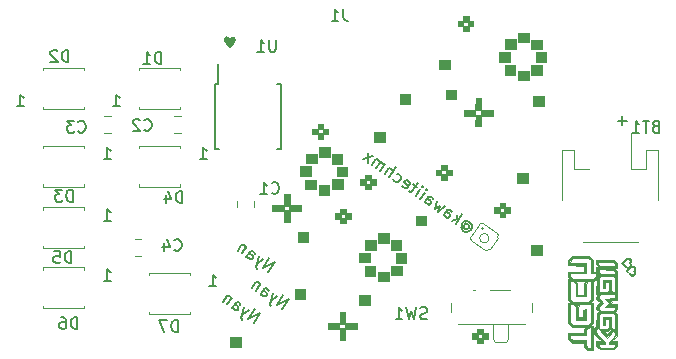
<source format=gbr>
G04 #@! TF.GenerationSoftware,KiCad,Pcbnew,(5.1.2)-1*
G04 #@! TF.CreationDate,2019-10-01T23:28:24-05:00*
G04 #@! TF.ProjectId,nyan,6e79616e-2e6b-4696-9361-645f70636258,rev?*
G04 #@! TF.SameCoordinates,Original*
G04 #@! TF.FileFunction,Legend,Bot*
G04 #@! TF.FilePolarity,Positive*
%FSLAX46Y46*%
G04 Gerber Fmt 4.6, Leading zero omitted, Abs format (unit mm)*
G04 Created by KiCad (PCBNEW (5.1.2)-1) date 2019-10-01 23:28:24*
%MOMM*%
%LPD*%
G04 APERTURE LIST*
%ADD10C,0.100000*%
%ADD11C,0.150000*%
%ADD12C,0.120000*%
%ADD13C,0.010000*%
%ADD14C,0.012060*%
%ADD15C,0.012183*%
G04 APERTURE END LIST*
D10*
G36*
X158927800Y-73533000D02*
G01*
X158445200Y-73533000D01*
X158445200Y-73075800D01*
X158927800Y-73075800D01*
X158927800Y-73533000D01*
G37*
X158927800Y-73533000D02*
X158445200Y-73533000D01*
X158445200Y-73075800D01*
X158927800Y-73075800D01*
X158927800Y-73533000D01*
G36*
X159791400Y-73533000D02*
G01*
X159308800Y-73533000D01*
X159308800Y-73075800D01*
X159791400Y-73075800D01*
X159791400Y-73533000D01*
G37*
X159791400Y-73533000D02*
X159308800Y-73533000D01*
X159308800Y-73075800D01*
X159791400Y-73075800D01*
X159791400Y-73533000D01*
G36*
X159385000Y-73914000D02*
G01*
X158902400Y-73914000D01*
X158902400Y-73456800D01*
X159385000Y-73456800D01*
X159385000Y-73914000D01*
G37*
X159385000Y-73914000D02*
X158902400Y-73914000D01*
X158902400Y-73456800D01*
X159385000Y-73456800D01*
X159385000Y-73914000D01*
G36*
X159385000Y-73126600D02*
G01*
X158902400Y-73126600D01*
X158902400Y-72669400D01*
X159385000Y-72669400D01*
X159385000Y-73126600D01*
G37*
X159385000Y-73126600D02*
X158902400Y-73126600D01*
X158902400Y-72669400D01*
X159385000Y-72669400D01*
X159385000Y-73126600D01*
G36*
X154686000Y-61391800D02*
G01*
X153797000Y-61391800D01*
X153797000Y-60579000D01*
X154686000Y-60579000D01*
X154686000Y-61391800D01*
G37*
X154686000Y-61391800D02*
X153797000Y-61391800D01*
X153797000Y-60579000D01*
X154686000Y-60579000D01*
X154686000Y-61391800D01*
G36*
X157048200Y-84201000D02*
G01*
X156565600Y-84201000D01*
X156565600Y-83743800D01*
X157048200Y-83743800D01*
X157048200Y-84201000D01*
G37*
X157048200Y-84201000D02*
X156565600Y-84201000D01*
X156565600Y-83743800D01*
X157048200Y-83743800D01*
X157048200Y-84201000D01*
G36*
X157911800Y-84201000D02*
G01*
X157429200Y-84201000D01*
X157429200Y-83743800D01*
X157911800Y-83743800D01*
X157911800Y-84201000D01*
G37*
X157911800Y-84201000D02*
X157429200Y-84201000D01*
X157429200Y-83743800D01*
X157911800Y-83743800D01*
X157911800Y-84201000D01*
G36*
X157505400Y-84582000D02*
G01*
X157022800Y-84582000D01*
X157022800Y-84124800D01*
X157505400Y-84124800D01*
X157505400Y-84582000D01*
G37*
X157505400Y-84582000D02*
X157022800Y-84582000D01*
X157022800Y-84124800D01*
X157505400Y-84124800D01*
X157505400Y-84582000D01*
G36*
X157505400Y-83794600D02*
G01*
X157022800Y-83794600D01*
X157022800Y-83337400D01*
X157505400Y-83337400D01*
X157505400Y-83794600D01*
G37*
X157505400Y-83794600D02*
X157022800Y-83794600D01*
X157022800Y-83337400D01*
X157505400Y-83337400D01*
X157505400Y-83794600D01*
G36*
X151333200Y-64312800D02*
G01*
X150444200Y-64312800D01*
X150444200Y-63500000D01*
X151333200Y-63500000D01*
X151333200Y-64312800D01*
G37*
X151333200Y-64312800D02*
X150444200Y-64312800D01*
X150444200Y-63500000D01*
X151333200Y-63500000D01*
X151333200Y-64312800D01*
G36*
X142900400Y-70408800D02*
G01*
X142011400Y-70408800D01*
X142011400Y-69596000D01*
X142900400Y-69596000D01*
X142900400Y-70408800D01*
G37*
X142900400Y-70408800D02*
X142011400Y-70408800D01*
X142011400Y-69596000D01*
X142900400Y-69596000D01*
X142900400Y-70408800D01*
G36*
X145618200Y-71526400D02*
G01*
X144729200Y-71526400D01*
X144729200Y-70713600D01*
X145618200Y-70713600D01*
X145618200Y-71526400D01*
G37*
X145618200Y-71526400D02*
X144729200Y-71526400D01*
X144729200Y-70713600D01*
X145618200Y-70713600D01*
X145618200Y-71526400D01*
G36*
X145592800Y-69367400D02*
G01*
X144703800Y-69367400D01*
X144703800Y-68554600D01*
X145592800Y-68554600D01*
X145592800Y-69367400D01*
G37*
X145592800Y-69367400D02*
X144703800Y-69367400D01*
X144703800Y-68554600D01*
X145592800Y-68554600D01*
X145592800Y-69367400D01*
G36*
X145999200Y-70434200D02*
G01*
X145110200Y-70434200D01*
X145110200Y-69621400D01*
X145999200Y-69621400D01*
X145999200Y-70434200D01*
G37*
X145999200Y-70434200D02*
X145110200Y-70434200D01*
X145110200Y-69621400D01*
X145999200Y-69621400D01*
X145999200Y-70434200D01*
G36*
X144500600Y-72009000D02*
G01*
X143611600Y-72009000D01*
X143611600Y-71196200D01*
X144500600Y-71196200D01*
X144500600Y-72009000D01*
G37*
X144500600Y-72009000D02*
X143611600Y-72009000D01*
X143611600Y-71196200D01*
X144500600Y-71196200D01*
X144500600Y-72009000D01*
G36*
X144526000Y-68783200D02*
G01*
X143637000Y-68783200D01*
X143637000Y-67970400D01*
X144526000Y-67970400D01*
X144526000Y-68783200D01*
G37*
X144526000Y-68783200D02*
X143637000Y-68783200D01*
X143637000Y-67970400D01*
X144526000Y-67970400D01*
X144526000Y-68783200D01*
G36*
X143357600Y-71551800D02*
G01*
X142468600Y-71551800D01*
X142468600Y-70739000D01*
X143357600Y-70739000D01*
X143357600Y-71551800D01*
G37*
X143357600Y-71551800D02*
X142468600Y-71551800D01*
X142468600Y-70739000D01*
X143357600Y-70739000D01*
X143357600Y-71551800D01*
G36*
X143408400Y-69342000D02*
G01*
X142519400Y-69342000D01*
X142519400Y-68529200D01*
X143408400Y-68529200D01*
X143408400Y-69342000D01*
G37*
X143408400Y-69342000D02*
X142519400Y-69342000D01*
X142519400Y-68529200D01*
X143408400Y-68529200D01*
X143408400Y-69342000D01*
G36*
X147904200Y-77724000D02*
G01*
X147015200Y-77724000D01*
X147015200Y-76911200D01*
X147904200Y-76911200D01*
X147904200Y-77724000D01*
G37*
X147904200Y-77724000D02*
X147015200Y-77724000D01*
X147015200Y-76911200D01*
X147904200Y-76911200D01*
X147904200Y-77724000D01*
G36*
X149529800Y-76098400D02*
G01*
X148640800Y-76098400D01*
X148640800Y-75285600D01*
X149529800Y-75285600D01*
X149529800Y-76098400D01*
G37*
X149529800Y-76098400D02*
X148640800Y-76098400D01*
X148640800Y-75285600D01*
X149529800Y-75285600D01*
X149529800Y-76098400D01*
G36*
X150596600Y-76682600D02*
G01*
X149707600Y-76682600D01*
X149707600Y-75869800D01*
X150596600Y-75869800D01*
X150596600Y-76682600D01*
G37*
X150596600Y-76682600D02*
X149707600Y-76682600D01*
X149707600Y-75869800D01*
X150596600Y-75869800D01*
X150596600Y-76682600D01*
G36*
X148361400Y-78867000D02*
G01*
X147472400Y-78867000D01*
X147472400Y-78054200D01*
X148361400Y-78054200D01*
X148361400Y-78867000D01*
G37*
X148361400Y-78867000D02*
X147472400Y-78867000D01*
X147472400Y-78054200D01*
X148361400Y-78054200D01*
X148361400Y-78867000D01*
G36*
X150622000Y-78841600D02*
G01*
X149733000Y-78841600D01*
X149733000Y-78028800D01*
X150622000Y-78028800D01*
X150622000Y-78841600D01*
G37*
X150622000Y-78841600D02*
X149733000Y-78841600D01*
X149733000Y-78028800D01*
X150622000Y-78028800D01*
X150622000Y-78841600D01*
G36*
X151003000Y-77749400D02*
G01*
X150114000Y-77749400D01*
X150114000Y-76936600D01*
X151003000Y-76936600D01*
X151003000Y-77749400D01*
G37*
X151003000Y-77749400D02*
X150114000Y-77749400D01*
X150114000Y-76936600D01*
X151003000Y-76936600D01*
X151003000Y-77749400D01*
G36*
X149504400Y-79324200D02*
G01*
X148615400Y-79324200D01*
X148615400Y-78511400D01*
X149504400Y-78511400D01*
X149504400Y-79324200D01*
G37*
X149504400Y-79324200D02*
X148615400Y-79324200D01*
X148615400Y-78511400D01*
X149504400Y-78511400D01*
X149504400Y-79324200D01*
G36*
X148412200Y-76657200D02*
G01*
X147523200Y-76657200D01*
X147523200Y-75844400D01*
X148412200Y-75844400D01*
X148412200Y-76657200D01*
G37*
X148412200Y-76657200D02*
X147523200Y-76657200D01*
X147523200Y-75844400D01*
X148412200Y-75844400D01*
X148412200Y-76657200D01*
G36*
X162483800Y-77114400D02*
G01*
X161594800Y-77114400D01*
X161594800Y-76301600D01*
X162483800Y-76301600D01*
X162483800Y-77114400D01*
G37*
X162483800Y-77114400D02*
X161594800Y-77114400D01*
X161594800Y-76301600D01*
X162483800Y-76301600D01*
X162483800Y-77114400D01*
G36*
X147904200Y-81330800D02*
G01*
X147015200Y-81330800D01*
X147015200Y-80518000D01*
X147904200Y-80518000D01*
X147904200Y-81330800D01*
G37*
X147904200Y-81330800D02*
X147015200Y-81330800D01*
X147015200Y-80518000D01*
X147904200Y-80518000D01*
X147904200Y-81330800D01*
G36*
X157353000Y-64846200D02*
G01*
X156857700Y-64846200D01*
X156870400Y-63855600D01*
X157353000Y-63855600D01*
X157353000Y-64846200D01*
G37*
X157353000Y-64846200D02*
X156857700Y-64846200D01*
X156870400Y-63855600D01*
X157353000Y-63855600D01*
X157353000Y-64846200D01*
G36*
X158318200Y-65303400D02*
G01*
X157327600Y-65303400D01*
X157327600Y-64795400D01*
X158318200Y-64795400D01*
X158318200Y-65303400D01*
G37*
X158318200Y-65303400D02*
X157327600Y-65303400D01*
X157327600Y-64795400D01*
X158318200Y-64795400D01*
X158318200Y-65303400D01*
G36*
X157353000Y-66217800D02*
G01*
X156857700Y-66217800D01*
X156870400Y-65227200D01*
X157353000Y-65227200D01*
X157353000Y-66217800D01*
G37*
X157353000Y-66217800D02*
X156857700Y-66217800D01*
X156870400Y-65227200D01*
X157353000Y-65227200D01*
X157353000Y-66217800D01*
G36*
X156845000Y-64922400D02*
G01*
X156845000Y-65303400D01*
X155854400Y-65303400D01*
X155854400Y-64795400D01*
X156819600Y-64795400D01*
X156845000Y-64922400D01*
G37*
X156845000Y-64922400D02*
X156845000Y-65303400D01*
X155854400Y-65303400D01*
X155854400Y-64795400D01*
X156819600Y-64795400D01*
X156845000Y-64922400D01*
G36*
X161290000Y-71018400D02*
G01*
X160401000Y-71018400D01*
X160401000Y-70205600D01*
X161290000Y-70205600D01*
X161290000Y-71018400D01*
G37*
X161290000Y-71018400D02*
X160401000Y-71018400D01*
X160401000Y-70205600D01*
X161290000Y-70205600D01*
X161290000Y-71018400D01*
G36*
X152704800Y-74599800D02*
G01*
X151815800Y-74599800D01*
X151815800Y-73787000D01*
X152704800Y-73787000D01*
X152704800Y-74599800D01*
G37*
X152704800Y-74599800D02*
X151815800Y-74599800D01*
X151815800Y-73787000D01*
X152704800Y-73787000D01*
X152704800Y-74599800D01*
G36*
X153974800Y-70358000D02*
G01*
X153492200Y-70358000D01*
X153492200Y-69900800D01*
X153974800Y-69900800D01*
X153974800Y-70358000D01*
G37*
X153974800Y-70358000D02*
X153492200Y-70358000D01*
X153492200Y-69900800D01*
X153974800Y-69900800D01*
X153974800Y-70358000D01*
G36*
X154432000Y-70739000D02*
G01*
X153949400Y-70739000D01*
X153949400Y-70281800D01*
X154432000Y-70281800D01*
X154432000Y-70739000D01*
G37*
X154432000Y-70739000D02*
X153949400Y-70739000D01*
X153949400Y-70281800D01*
X154432000Y-70281800D01*
X154432000Y-70739000D01*
G36*
X154432000Y-69951600D02*
G01*
X153949400Y-69951600D01*
X153949400Y-69494400D01*
X154432000Y-69494400D01*
X154432000Y-69951600D01*
G37*
X154432000Y-69951600D02*
X153949400Y-69951600D01*
X153949400Y-69494400D01*
X154432000Y-69494400D01*
X154432000Y-69951600D01*
G36*
X154838400Y-70358000D02*
G01*
X154355800Y-70358000D01*
X154355800Y-69900800D01*
X154838400Y-69900800D01*
X154838400Y-70358000D01*
G37*
X154838400Y-70358000D02*
X154355800Y-70358000D01*
X154355800Y-69900800D01*
X154838400Y-69900800D01*
X154838400Y-70358000D01*
G36*
X145897600Y-74422000D02*
G01*
X145415000Y-74422000D01*
X145415000Y-73964800D01*
X145897600Y-73964800D01*
X145897600Y-74422000D01*
G37*
X145897600Y-74422000D02*
X145415000Y-74422000D01*
X145415000Y-73964800D01*
X145897600Y-73964800D01*
X145897600Y-74422000D01*
G36*
X146304000Y-74041000D02*
G01*
X145821400Y-74041000D01*
X145821400Y-73583800D01*
X146304000Y-73583800D01*
X146304000Y-74041000D01*
G37*
X146304000Y-74041000D02*
X145821400Y-74041000D01*
X145821400Y-73583800D01*
X146304000Y-73583800D01*
X146304000Y-74041000D01*
G36*
X145897600Y-73634600D02*
G01*
X145415000Y-73634600D01*
X145415000Y-73177400D01*
X145897600Y-73177400D01*
X145897600Y-73634600D01*
G37*
X145897600Y-73634600D02*
X145415000Y-73634600D01*
X145415000Y-73177400D01*
X145897600Y-73177400D01*
X145897600Y-73634600D01*
G36*
X145440400Y-74041000D02*
G01*
X144957800Y-74041000D01*
X144957800Y-73583800D01*
X145440400Y-73583800D01*
X145440400Y-74041000D01*
G37*
X145440400Y-74041000D02*
X144957800Y-74041000D01*
X144957800Y-73583800D01*
X145440400Y-73583800D01*
X145440400Y-74041000D01*
G36*
X148437600Y-71170800D02*
G01*
X147955000Y-71170800D01*
X147955000Y-70713600D01*
X148437600Y-70713600D01*
X148437600Y-71170800D01*
G37*
X148437600Y-71170800D02*
X147955000Y-71170800D01*
X147955000Y-70713600D01*
X148437600Y-70713600D01*
X148437600Y-71170800D01*
G36*
X148031200Y-70764400D02*
G01*
X147548600Y-70764400D01*
X147548600Y-70307200D01*
X148031200Y-70307200D01*
X148031200Y-70764400D01*
G37*
X148031200Y-70764400D02*
X147548600Y-70764400D01*
X147548600Y-70307200D01*
X148031200Y-70307200D01*
X148031200Y-70764400D01*
G36*
X148031200Y-71551800D02*
G01*
X147548600Y-71551800D01*
X147548600Y-71094600D01*
X148031200Y-71094600D01*
X148031200Y-71551800D01*
G37*
X148031200Y-71551800D02*
X147548600Y-71551800D01*
X147548600Y-71094600D01*
X148031200Y-71094600D01*
X148031200Y-71551800D01*
G36*
X147574000Y-71170800D02*
G01*
X147091400Y-71170800D01*
X147091400Y-70713600D01*
X147574000Y-70713600D01*
X147574000Y-71170800D01*
G37*
X147574000Y-71170800D02*
X147091400Y-71170800D01*
X147091400Y-70713600D01*
X147574000Y-70713600D01*
X147574000Y-71170800D01*
G36*
X156286200Y-57353200D02*
G01*
X155803600Y-57353200D01*
X155803600Y-56896000D01*
X156286200Y-56896000D01*
X156286200Y-57353200D01*
G37*
X156286200Y-57353200D02*
X155803600Y-57353200D01*
X155803600Y-56896000D01*
X156286200Y-56896000D01*
X156286200Y-57353200D01*
G36*
X156692600Y-57759600D02*
G01*
X156210000Y-57759600D01*
X156210000Y-57302400D01*
X156692600Y-57302400D01*
X156692600Y-57759600D01*
G37*
X156692600Y-57759600D02*
X156210000Y-57759600D01*
X156210000Y-57302400D01*
X156692600Y-57302400D01*
X156692600Y-57759600D01*
G36*
X156286200Y-58140600D02*
G01*
X155803600Y-58140600D01*
X155803600Y-57683400D01*
X156286200Y-57683400D01*
X156286200Y-58140600D01*
G37*
X156286200Y-58140600D02*
X155803600Y-58140600D01*
X155803600Y-57683400D01*
X156286200Y-57683400D01*
X156286200Y-58140600D01*
G36*
X155829000Y-57759600D02*
G01*
X155346400Y-57759600D01*
X155346400Y-57302400D01*
X155829000Y-57302400D01*
X155829000Y-57759600D01*
G37*
X155829000Y-57759600D02*
X155346400Y-57759600D01*
X155346400Y-57302400D01*
X155829000Y-57302400D01*
X155829000Y-57759600D01*
G36*
X143535400Y-66878200D02*
G01*
X143052800Y-66878200D01*
X143052800Y-66421000D01*
X143535400Y-66421000D01*
X143535400Y-66878200D01*
G37*
X143535400Y-66878200D02*
X143052800Y-66878200D01*
X143052800Y-66421000D01*
X143535400Y-66421000D01*
X143535400Y-66878200D01*
G36*
X144399000Y-66878200D02*
G01*
X143916400Y-66878200D01*
X143916400Y-66421000D01*
X144399000Y-66421000D01*
X144399000Y-66878200D01*
G37*
X144399000Y-66878200D02*
X143916400Y-66878200D01*
X143916400Y-66421000D01*
X144399000Y-66421000D01*
X144399000Y-66878200D01*
G36*
X143992600Y-67259200D02*
G01*
X143510000Y-67259200D01*
X143510000Y-66802000D01*
X143992600Y-66802000D01*
X143992600Y-67259200D01*
G37*
X143992600Y-67259200D02*
X143510000Y-67259200D01*
X143510000Y-66802000D01*
X143992600Y-66802000D01*
X143992600Y-67259200D01*
G36*
X143992600Y-66471800D02*
G01*
X143510000Y-66471800D01*
X143510000Y-66014600D01*
X143992600Y-66014600D01*
X143992600Y-66471800D01*
G37*
X143992600Y-66471800D02*
X143510000Y-66471800D01*
X143510000Y-66014600D01*
X143992600Y-66014600D01*
X143992600Y-66471800D01*
G36*
X137007600Y-84861400D02*
G01*
X136118600Y-84861400D01*
X136118600Y-84048600D01*
X137007600Y-84048600D01*
X137007600Y-84861400D01*
G37*
X137007600Y-84861400D02*
X136118600Y-84861400D01*
X136118600Y-84048600D01*
X137007600Y-84048600D01*
X137007600Y-84861400D01*
G36*
X142697200Y-75996800D02*
G01*
X141808200Y-75996800D01*
X141808200Y-75184000D01*
X142697200Y-75184000D01*
X142697200Y-75996800D01*
G37*
X142697200Y-75996800D02*
X141808200Y-75996800D01*
X141808200Y-75184000D01*
X142697200Y-75184000D01*
X142697200Y-75996800D01*
G36*
X142443200Y-80797400D02*
G01*
X141554200Y-80797400D01*
X141554200Y-79984600D01*
X142443200Y-79984600D01*
X142443200Y-80797400D01*
G37*
X142443200Y-80797400D02*
X141554200Y-80797400D01*
X141554200Y-79984600D01*
X142443200Y-79984600D01*
X142443200Y-80797400D01*
G36*
X145338800Y-83007200D02*
G01*
X145338800Y-83388200D01*
X144348200Y-83388200D01*
X144348200Y-82880200D01*
X145313400Y-82880200D01*
X145338800Y-83007200D01*
G37*
X145338800Y-83007200D02*
X145338800Y-83388200D01*
X144348200Y-83388200D01*
X144348200Y-82880200D01*
X145313400Y-82880200D01*
X145338800Y-83007200D01*
G36*
X146812000Y-83388200D02*
G01*
X145821400Y-83388200D01*
X145821400Y-82880200D01*
X146812000Y-82880200D01*
X146812000Y-83388200D01*
G37*
X146812000Y-83388200D02*
X145821400Y-83388200D01*
X145821400Y-82880200D01*
X146812000Y-82880200D01*
X146812000Y-83388200D01*
G36*
X145846800Y-82931000D02*
G01*
X145351500Y-82931000D01*
X145364200Y-81940400D01*
X145846800Y-81940400D01*
X145846800Y-82931000D01*
G37*
X145846800Y-82931000D02*
X145351500Y-82931000D01*
X145364200Y-81940400D01*
X145846800Y-81940400D01*
X145846800Y-82931000D01*
G36*
X145846800Y-84302600D02*
G01*
X145351500Y-84302600D01*
X145364200Y-83312000D01*
X145846800Y-83312000D01*
X145846800Y-84302600D01*
G37*
X145846800Y-84302600D02*
X145351500Y-84302600D01*
X145364200Y-83312000D01*
X145846800Y-83312000D01*
X145846800Y-84302600D01*
G36*
X140614400Y-73025000D02*
G01*
X140614400Y-73406000D01*
X139623800Y-73406000D01*
X139623800Y-72898000D01*
X140589000Y-72898000D01*
X140614400Y-73025000D01*
G37*
X140614400Y-73025000D02*
X140614400Y-73406000D01*
X139623800Y-73406000D01*
X139623800Y-72898000D01*
X140589000Y-72898000D01*
X140614400Y-73025000D01*
G36*
X142087600Y-73406000D02*
G01*
X141122400Y-73406000D01*
X141097000Y-73279000D01*
X141097000Y-72898000D01*
X142087600Y-72898000D01*
X142087600Y-73406000D01*
G37*
X142087600Y-73406000D02*
X141122400Y-73406000D01*
X141097000Y-73279000D01*
X141097000Y-72898000D01*
X142087600Y-72898000D01*
X142087600Y-73406000D01*
G36*
X141122400Y-74320400D02*
G01*
X140627100Y-74320400D01*
X140639800Y-73329800D01*
X141122400Y-73329800D01*
X141122400Y-74320400D01*
G37*
X141122400Y-74320400D02*
X140627100Y-74320400D01*
X140639800Y-73329800D01*
X141122400Y-73329800D01*
X141122400Y-74320400D01*
G36*
X141122400Y-72948800D02*
G01*
X140627100Y-72948800D01*
X140639800Y-71958200D01*
X141122400Y-71958200D01*
X141122400Y-72948800D01*
G37*
X141122400Y-72948800D02*
X140627100Y-72948800D01*
X140639800Y-71958200D01*
X141122400Y-71958200D01*
X141122400Y-72948800D01*
G36*
X159766000Y-60731400D02*
G01*
X158877000Y-60731400D01*
X158877000Y-59918600D01*
X159766000Y-59918600D01*
X159766000Y-60731400D01*
G37*
X159766000Y-60731400D02*
X158877000Y-60731400D01*
X158877000Y-59918600D01*
X159766000Y-59918600D01*
X159766000Y-60731400D01*
G36*
X160223200Y-61874400D02*
G01*
X159334200Y-61874400D01*
X159334200Y-61061600D01*
X160223200Y-61061600D01*
X160223200Y-61874400D01*
G37*
X160223200Y-61874400D02*
X159334200Y-61874400D01*
X159334200Y-61061600D01*
X160223200Y-61061600D01*
X160223200Y-61874400D01*
G36*
X162458400Y-59690000D02*
G01*
X161569400Y-59690000D01*
X161569400Y-58877200D01*
X162458400Y-58877200D01*
X162458400Y-59690000D01*
G37*
X162458400Y-59690000D02*
X161569400Y-59690000D01*
X161569400Y-58877200D01*
X162458400Y-58877200D01*
X162458400Y-59690000D01*
G36*
X160274000Y-59664600D02*
G01*
X159385000Y-59664600D01*
X159385000Y-58851800D01*
X160274000Y-58851800D01*
X160274000Y-59664600D01*
G37*
X160274000Y-59664600D02*
X159385000Y-59664600D01*
X159385000Y-58851800D01*
X160274000Y-58851800D01*
X160274000Y-59664600D01*
G36*
X161366200Y-62331600D02*
G01*
X160477200Y-62331600D01*
X160477200Y-61518800D01*
X161366200Y-61518800D01*
X161366200Y-62331600D01*
G37*
X161366200Y-62331600D02*
X160477200Y-62331600D01*
X160477200Y-61518800D01*
X161366200Y-61518800D01*
X161366200Y-62331600D01*
G36*
X162483800Y-61849000D02*
G01*
X161594800Y-61849000D01*
X161594800Y-61036200D01*
X162483800Y-61036200D01*
X162483800Y-61849000D01*
G37*
X162483800Y-61849000D02*
X161594800Y-61849000D01*
X161594800Y-61036200D01*
X162483800Y-61036200D01*
X162483800Y-61849000D01*
G36*
X162864800Y-60756800D02*
G01*
X161975800Y-60756800D01*
X161975800Y-59944000D01*
X162864800Y-59944000D01*
X162864800Y-60756800D01*
G37*
X162864800Y-60756800D02*
X161975800Y-60756800D01*
X161975800Y-59944000D01*
X162864800Y-59944000D01*
X162864800Y-60756800D01*
G36*
X161391600Y-59105800D02*
G01*
X160502600Y-59105800D01*
X160502600Y-58293000D01*
X161391600Y-58293000D01*
X161391600Y-59105800D01*
G37*
X161391600Y-59105800D02*
X160502600Y-59105800D01*
X160502600Y-58293000D01*
X161391600Y-58293000D01*
X161391600Y-59105800D01*
G36*
X162661600Y-64465200D02*
G01*
X161772600Y-64465200D01*
X161772600Y-63652400D01*
X162661600Y-63652400D01*
X162661600Y-64465200D01*
G37*
X162661600Y-64465200D02*
X161772600Y-64465200D01*
X161772600Y-63652400D01*
X162661600Y-63652400D01*
X162661600Y-64465200D01*
G36*
X155244800Y-63931800D02*
G01*
X154355800Y-63931800D01*
X154355800Y-63119000D01*
X155244800Y-63119000D01*
X155244800Y-63931800D01*
G37*
X155244800Y-63931800D02*
X154355800Y-63931800D01*
X154355800Y-63119000D01*
X155244800Y-63119000D01*
X155244800Y-63931800D01*
G36*
X149199600Y-67538600D02*
G01*
X148310600Y-67538600D01*
X148310600Y-66725800D01*
X149199600Y-66725800D01*
X149199600Y-67538600D01*
G37*
X149199600Y-67538600D02*
X148310600Y-67538600D01*
X148310600Y-66725800D01*
X149199600Y-66725800D01*
X149199600Y-67538600D01*
D11*
X140499163Y-81688303D02*
X141072740Y-80869151D01*
X140031076Y-81360545D01*
X140604653Y-80541393D01*
X140101403Y-80595938D02*
X139523982Y-81005474D01*
X139711330Y-80322806D02*
X139523982Y-81005474D01*
X139465431Y-81255136D01*
X139477125Y-81321457D01*
X139527826Y-81415090D01*
X138665823Y-80404584D02*
X138966268Y-79975504D01*
X139059901Y-79924803D01*
X139165229Y-79940422D01*
X139321258Y-80049675D01*
X139371959Y-80143308D01*
X138693136Y-80365577D02*
X138743838Y-80459210D01*
X138938874Y-80595776D01*
X139044201Y-80611395D01*
X139137835Y-80560694D01*
X139192461Y-80482679D01*
X139208080Y-80377352D01*
X139157379Y-80283718D01*
X138962343Y-80147152D01*
X138911642Y-80053519D01*
X138658135Y-79585351D02*
X138275751Y-80131452D01*
X138603509Y-79663365D02*
X138591815Y-79597045D01*
X138541113Y-79503412D01*
X138424092Y-79421472D01*
X138318764Y-79405853D01*
X138225130Y-79456554D01*
X137924686Y-79885634D01*
X139305363Y-78538703D02*
X139878940Y-77719551D01*
X138837276Y-78210945D01*
X139410853Y-77391793D01*
X138907603Y-77446338D02*
X138330182Y-77855874D01*
X138517530Y-77173206D02*
X138330182Y-77855874D01*
X138271631Y-78105536D01*
X138283325Y-78171857D01*
X138334026Y-78265490D01*
X137472023Y-77254984D02*
X137772468Y-76825904D01*
X137866101Y-76775203D01*
X137971429Y-76790822D01*
X138127458Y-76900075D01*
X138178159Y-76993708D01*
X137499336Y-77215977D02*
X137550038Y-77309610D01*
X137745074Y-77446176D01*
X137850401Y-77461795D01*
X137944035Y-77411094D01*
X137998661Y-77333079D01*
X138014280Y-77227752D01*
X137963579Y-77134118D01*
X137768543Y-76997552D01*
X137717842Y-76903919D01*
X137464335Y-76435751D02*
X137081951Y-76981852D01*
X137409709Y-76513765D02*
X137398015Y-76447445D01*
X137347313Y-76353812D01*
X137230292Y-76271872D01*
X137124964Y-76256253D01*
X137031330Y-76306954D01*
X136730886Y-76736034D01*
X156009580Y-74466812D02*
X156075901Y-74455118D01*
X156181228Y-74470737D01*
X156259243Y-74525364D01*
X156309944Y-74618997D01*
X156321638Y-74685318D01*
X156306019Y-74790645D01*
X156251393Y-74868660D01*
X156157759Y-74919361D01*
X156091439Y-74931055D01*
X155986111Y-74915436D01*
X155908097Y-74860810D01*
X155857395Y-74767176D01*
X155845701Y-74700856D01*
X156064206Y-74388798D02*
X155845701Y-74700856D01*
X155779381Y-74712550D01*
X155740373Y-74685237D01*
X155689672Y-74591603D01*
X155705291Y-74486275D01*
X155841857Y-74291239D01*
X156001811Y-74228844D01*
X156173459Y-74232769D01*
X156356801Y-74303014D01*
X156485517Y-74451274D01*
X156547912Y-74611228D01*
X156543987Y-74782876D01*
X156473742Y-74966218D01*
X156325482Y-75094934D01*
X156165528Y-75157329D01*
X155993880Y-75153404D01*
X155810538Y-75083159D01*
X155681822Y-74934899D01*
X155619427Y-74774945D01*
X155190347Y-74474500D02*
X155763924Y-73655348D01*
X155330838Y-74107816D02*
X154878289Y-74255995D01*
X155260673Y-73709894D02*
X155354226Y-74240457D01*
X154176159Y-73764358D02*
X154476604Y-73335278D01*
X154570237Y-73284577D01*
X154675565Y-73300196D01*
X154831594Y-73409449D01*
X154882295Y-73503082D01*
X154203472Y-73725351D02*
X154254173Y-73818984D01*
X154449210Y-73955550D01*
X154554537Y-73971169D01*
X154648171Y-73920468D01*
X154702797Y-73842454D01*
X154718416Y-73737126D01*
X154667715Y-73643492D01*
X154472679Y-73506927D01*
X154421977Y-73413293D01*
X154246485Y-72999751D02*
X153708072Y-73436600D01*
X153825175Y-72937275D01*
X153396014Y-73218095D01*
X153622369Y-72562741D01*
X152576862Y-72644518D02*
X152877307Y-72215439D01*
X152970940Y-72164737D01*
X153076268Y-72180357D01*
X153232297Y-72289609D01*
X153282998Y-72383243D01*
X152604175Y-72605511D02*
X152654876Y-72699145D01*
X152849913Y-72835711D01*
X152955240Y-72851330D01*
X153048874Y-72800628D01*
X153103500Y-72722614D01*
X153119119Y-72617286D01*
X153068418Y-72523653D01*
X152873382Y-72387087D01*
X152822680Y-72293453D01*
X152186790Y-72371387D02*
X152569174Y-71825285D01*
X152760366Y-71552235D02*
X152772060Y-71618555D01*
X152705740Y-71630249D01*
X152694046Y-71563929D01*
X152760366Y-71552235D01*
X152705740Y-71630249D01*
X151796717Y-72098255D02*
X152179101Y-71552154D01*
X152370294Y-71279103D02*
X152381988Y-71345423D01*
X152315667Y-71357118D01*
X152303973Y-71290797D01*
X152370294Y-71279103D01*
X152315667Y-71357118D01*
X151906051Y-71360962D02*
X151593993Y-71142456D01*
X151980221Y-71005971D02*
X151488584Y-71708102D01*
X151394951Y-71758803D01*
X151289623Y-71743184D01*
X151211609Y-71688558D01*
X150653813Y-71239853D02*
X150704514Y-71333487D01*
X150860543Y-71442739D01*
X150965871Y-71458358D01*
X151059505Y-71407657D01*
X151278010Y-71095599D01*
X151293629Y-70990271D01*
X151242928Y-70896638D01*
X151086899Y-70787385D01*
X150981571Y-70771766D01*
X150887938Y-70822467D01*
X150833311Y-70900482D01*
X151168757Y-71251628D01*
X149912676Y-70720903D02*
X149963377Y-70814536D01*
X150119406Y-70923789D01*
X150224734Y-70939408D01*
X150291054Y-70927714D01*
X150384687Y-70877013D01*
X150548566Y-70642969D01*
X150564186Y-70537642D01*
X150552491Y-70471321D01*
X150501790Y-70377688D01*
X150345761Y-70268435D01*
X150240434Y-70252816D01*
X149534297Y-70514092D02*
X150107874Y-69694940D01*
X149183232Y-70268273D02*
X149483677Y-69839194D01*
X149577310Y-69788492D01*
X149682638Y-69804111D01*
X149799660Y-69886051D01*
X149850361Y-69979684D01*
X149862055Y-70046005D01*
X148793160Y-69995142D02*
X149175544Y-69449040D01*
X149120918Y-69527055D02*
X149109224Y-69460734D01*
X149058522Y-69367101D01*
X148941501Y-69285161D01*
X148836173Y-69269542D01*
X148742539Y-69320243D01*
X148442095Y-69749323D01*
X148742539Y-69320243D02*
X148758158Y-69214916D01*
X148707457Y-69121282D01*
X148590435Y-69039343D01*
X148485108Y-69023724D01*
X148391474Y-69074425D01*
X148091029Y-69503505D01*
X147778971Y-69284999D02*
X147732276Y-68438453D01*
X148161356Y-68738898D02*
X147349892Y-68984554D01*
X169671952Y-65730428D02*
X168910047Y-65730428D01*
X169291000Y-66111380D02*
X169291000Y-65349476D01*
X138086163Y-82856703D02*
X138659740Y-82037551D01*
X137618076Y-82528945D01*
X138191653Y-81709793D01*
X137688403Y-81764338D02*
X137110982Y-82173874D01*
X137298330Y-81491206D02*
X137110982Y-82173874D01*
X137052431Y-82423536D01*
X137064125Y-82489857D01*
X137114826Y-82583490D01*
X136252823Y-81572984D02*
X136553268Y-81143904D01*
X136646901Y-81093203D01*
X136752229Y-81108822D01*
X136908258Y-81218075D01*
X136958959Y-81311708D01*
X136280136Y-81533977D02*
X136330838Y-81627610D01*
X136525874Y-81764176D01*
X136631201Y-81779795D01*
X136724835Y-81729094D01*
X136779461Y-81651079D01*
X136795080Y-81545752D01*
X136744379Y-81452118D01*
X136549343Y-81315552D01*
X136498642Y-81221919D01*
X136245135Y-80753751D02*
X135862751Y-81299852D01*
X136190509Y-80831765D02*
X136178815Y-80765445D01*
X136128113Y-80671812D01*
X136011092Y-80589872D01*
X135905764Y-80574253D01*
X135812130Y-80624954D01*
X135511686Y-81054034D01*
D12*
X128008748Y-75744000D02*
X128531252Y-75744000D01*
X128008748Y-77164000D02*
X128531252Y-77164000D01*
D10*
X120272000Y-68056000D02*
X120272000Y-67856000D01*
X123752000Y-68056000D02*
X123752000Y-67856000D01*
X120272000Y-67856000D02*
X123752000Y-67856000D01*
X120272000Y-71136000D02*
X120272000Y-71336000D01*
X123752000Y-71136000D02*
X123752000Y-71336000D01*
X123752000Y-71336000D02*
X120272000Y-71336000D01*
D11*
X135054500Y-62655000D02*
X135054500Y-60905000D01*
X140359500Y-62655000D02*
X140359500Y-68155000D01*
X134849500Y-62655000D02*
X134849500Y-68155000D01*
X140359500Y-62655000D02*
X140059500Y-62655000D01*
X140359500Y-68155000D02*
X140059500Y-68155000D01*
X134849500Y-68155000D02*
X135149500Y-68155000D01*
X134849500Y-62655000D02*
X135054500Y-62655000D01*
D10*
X120272000Y-73263000D02*
X120272000Y-73063000D01*
X123752000Y-73263000D02*
X123752000Y-73063000D01*
X120272000Y-73063000D02*
X123752000Y-73063000D01*
X120272000Y-76343000D02*
X120272000Y-76543000D01*
X123752000Y-76343000D02*
X123752000Y-76543000D01*
X123752000Y-76543000D02*
X120272000Y-76543000D01*
X120272000Y-78343000D02*
X120272000Y-78143000D01*
X123752000Y-78343000D02*
X123752000Y-78143000D01*
X120272000Y-78143000D02*
X123752000Y-78143000D01*
X120272000Y-81423000D02*
X120272000Y-81623000D01*
X123752000Y-81423000D02*
X123752000Y-81623000D01*
X123752000Y-81623000D02*
X120272000Y-81623000D01*
X128400000Y-68056000D02*
X128400000Y-67856000D01*
X131880000Y-68056000D02*
X131880000Y-67856000D01*
X128400000Y-67856000D02*
X131880000Y-67856000D01*
X128400000Y-71136000D02*
X128400000Y-71336000D01*
X131880000Y-71136000D02*
X131880000Y-71336000D01*
X131880000Y-71336000D02*
X128400000Y-71336000D01*
X129184300Y-78838300D02*
X129184300Y-78638300D01*
X132664300Y-78838300D02*
X132664300Y-78638300D01*
X129184300Y-78638300D02*
X132664300Y-78638300D01*
X129184300Y-81918300D02*
X129184300Y-82118300D01*
X132664300Y-81918300D02*
X132664300Y-82118300D01*
X132664300Y-82118300D02*
X129184300Y-82118300D01*
X123752000Y-64568000D02*
X123752000Y-64768000D01*
X120272000Y-64568000D02*
X120272000Y-64768000D01*
X123752000Y-64768000D02*
X120272000Y-64768000D01*
X123752000Y-61488000D02*
X123752000Y-61288000D01*
X120272000Y-61488000D02*
X120272000Y-61288000D01*
X120272000Y-61288000D02*
X123752000Y-61288000D01*
X131880000Y-64568000D02*
X131880000Y-64768000D01*
X128400000Y-64568000D02*
X128400000Y-64768000D01*
X131880000Y-64768000D02*
X128400000Y-64768000D01*
X131880000Y-61488000D02*
X131880000Y-61288000D01*
X128400000Y-61488000D02*
X128400000Y-61288000D01*
X128400000Y-61288000D02*
X131880000Y-61288000D01*
D12*
X125452348Y-65380800D02*
X125974852Y-65380800D01*
X125452348Y-66800800D02*
X125974852Y-66800800D01*
X131896752Y-66800800D02*
X131374248Y-66800800D01*
X131896752Y-65380800D02*
X131374248Y-65380800D01*
X138124000Y-72509748D02*
X138124000Y-73032252D01*
X136704000Y-72509748D02*
X136704000Y-73032252D01*
X157639630Y-76691468D02*
G75*
G03X158057449Y-76617795I172073J245746D01*
G01*
X158007000Y-75692000D02*
G75*
G03X158007000Y-75692000I-400000J0D01*
G01*
X156501060Y-75528000D02*
G75*
G03X156574732Y-75945818I245745J-172073D01*
G01*
X156574732Y-75945818D02*
X157639630Y-76691467D01*
X158672068Y-75216994D02*
X157607170Y-74471344D01*
X157607170Y-74471344D02*
G75*
G03X157189351Y-74545017I-172073J-245746D01*
G01*
X158745740Y-75634812D02*
G75*
G03X158672068Y-75216994I-245745J172073D01*
G01*
X156501060Y-75528000D02*
X157189351Y-74545017D01*
X158745740Y-75634812D02*
X158057449Y-76617795D01*
X157509655Y-74856363D02*
G75*
G03X157509655Y-74856363I-50000J0D01*
G01*
X157559656Y-74856363D02*
G75*
G03X157559656Y-74856363I-100001J0D01*
G01*
D13*
G36*
X135710600Y-58624825D02*
G01*
X135645009Y-58674193D01*
X135590752Y-58742902D01*
X135557547Y-58819846D01*
X135551766Y-58864141D01*
X135559554Y-58941266D01*
X135585403Y-59016132D01*
X135633628Y-59096603D01*
X135708544Y-59190545D01*
X135765704Y-59254063D01*
X135836174Y-59331344D01*
X135898492Y-59401908D01*
X135945421Y-59457425D01*
X135968367Y-59487404D01*
X135999220Y-59522360D01*
X136019540Y-59542680D01*
X136038477Y-59520850D01*
X136038481Y-59520268D01*
X136052138Y-59499104D01*
X136089365Y-59453834D01*
X136144548Y-59391015D01*
X136212072Y-59317206D01*
X136215160Y-59313893D01*
X136308457Y-59211031D01*
X136375408Y-59129280D01*
X136420931Y-59061202D01*
X136449939Y-58999361D01*
X136467349Y-58936319D01*
X136468456Y-58930640D01*
X136469548Y-58832201D01*
X136439237Y-58741310D01*
X136383449Y-58667953D01*
X136308110Y-58622114D01*
X136281084Y-58614935D01*
X136201022Y-58617735D01*
X136124286Y-58649609D01*
X136067029Y-58702802D01*
X136055333Y-58723335D01*
X136030318Y-58765748D01*
X136007400Y-58768342D01*
X135979695Y-58730879D01*
X135974015Y-58720511D01*
X135920425Y-58659440D01*
X135843962Y-58617854D01*
X135777803Y-58605901D01*
X135710600Y-58624825D01*
X135710600Y-58624825D01*
G37*
X135710600Y-58624825D02*
X135645009Y-58674193D01*
X135590752Y-58742902D01*
X135557547Y-58819846D01*
X135551766Y-58864141D01*
X135559554Y-58941266D01*
X135585403Y-59016132D01*
X135633628Y-59096603D01*
X135708544Y-59190545D01*
X135765704Y-59254063D01*
X135836174Y-59331344D01*
X135898492Y-59401908D01*
X135945421Y-59457425D01*
X135968367Y-59487404D01*
X135999220Y-59522360D01*
X136019540Y-59542680D01*
X136038477Y-59520850D01*
X136038481Y-59520268D01*
X136052138Y-59499104D01*
X136089365Y-59453834D01*
X136144548Y-59391015D01*
X136212072Y-59317206D01*
X136215160Y-59313893D01*
X136308457Y-59211031D01*
X136375408Y-59129280D01*
X136420931Y-59061202D01*
X136449939Y-58999361D01*
X136467349Y-58936319D01*
X136468456Y-58930640D01*
X136469548Y-58832201D01*
X136439237Y-58741310D01*
X136383449Y-58667953D01*
X136308110Y-58622114D01*
X136281084Y-58614935D01*
X136201022Y-58617735D01*
X136124286Y-58649609D01*
X136067029Y-58702802D01*
X136055333Y-58723335D01*
X136030318Y-58765748D01*
X136007400Y-58768342D01*
X135979695Y-58730879D01*
X135974015Y-58720511D01*
X135920425Y-58659440D01*
X135843962Y-58617854D01*
X135777803Y-58605901D01*
X135710600Y-58624825D01*
D14*
G36*
X170391729Y-78497999D02*
G01*
X170282175Y-78683001D01*
X170282175Y-78537273D01*
X170202593Y-78443222D01*
X170282175Y-78344520D01*
X170282175Y-78198793D01*
X170196392Y-78120761D01*
X170047047Y-78120761D01*
X169964881Y-78201377D01*
X169882716Y-78281992D01*
X169800033Y-78362607D01*
X169717868Y-78443222D01*
X169800033Y-78521254D01*
X169882199Y-78599285D01*
X169964364Y-78677316D01*
X170046530Y-78755348D01*
X170191741Y-78755348D01*
X170282175Y-78683001D01*
X170391729Y-78497999D01*
X170386561Y-78714007D01*
X170306462Y-78789971D01*
X170237216Y-78857667D01*
X170029477Y-78857667D01*
X169958680Y-78800306D01*
X169743706Y-78595151D01*
X169578858Y-78440122D01*
X169632085Y-78384828D01*
X169684795Y-78330051D01*
X169749907Y-78263388D01*
X169815536Y-78197242D01*
X169908554Y-78022576D01*
X169908554Y-77876848D01*
X169829489Y-77782281D01*
X169867213Y-77733188D01*
X169908554Y-77684096D01*
X169908554Y-77538368D01*
X169881165Y-77513046D01*
X169823288Y-77460337D01*
X169673943Y-77460337D01*
X169630018Y-77500127D01*
X169586093Y-77539918D01*
X169542168Y-77579192D01*
X169498243Y-77618983D01*
X169460002Y-77659808D01*
X169421762Y-77700632D01*
X169383005Y-77741456D01*
X169344764Y-77782281D01*
X169426930Y-77860829D01*
X169509095Y-77938860D01*
X169591261Y-78016892D01*
X169672910Y-78094923D01*
X169818637Y-78094923D01*
X169908554Y-78022576D01*
X169815536Y-78197242D01*
X169760759Y-78197242D01*
X169656373Y-78197242D01*
X169585576Y-78139882D01*
X169531833Y-78088722D01*
X169478089Y-78037045D01*
X169424346Y-77985886D01*
X169370602Y-77934726D01*
X169329778Y-77895969D01*
X169288437Y-77857212D01*
X169247096Y-77818454D01*
X169206271Y-77779697D01*
X169311691Y-77669626D01*
X169429513Y-77548186D01*
X169642937Y-77354917D01*
X169867730Y-77352333D01*
X170018625Y-77486692D01*
X170018625Y-77713034D01*
X169961781Y-77779697D01*
X170018625Y-77837575D01*
X170018108Y-78015858D01*
X170241350Y-78012758D01*
X170391729Y-78147633D01*
X170389662Y-78380177D01*
X170334368Y-78440122D01*
X170391729Y-78497999D01*
X170391729Y-78497999D01*
G37*
X170391729Y-78497999D02*
X170282175Y-78683001D01*
X170282175Y-78537273D01*
X170202593Y-78443222D01*
X170282175Y-78344520D01*
X170282175Y-78198793D01*
X170196392Y-78120761D01*
X170047047Y-78120761D01*
X169964881Y-78201377D01*
X169882716Y-78281992D01*
X169800033Y-78362607D01*
X169717868Y-78443222D01*
X169800033Y-78521254D01*
X169882199Y-78599285D01*
X169964364Y-78677316D01*
X170046530Y-78755348D01*
X170191741Y-78755348D01*
X170282175Y-78683001D01*
X170391729Y-78497999D01*
X170386561Y-78714007D01*
X170306462Y-78789971D01*
X170237216Y-78857667D01*
X170029477Y-78857667D01*
X169958680Y-78800306D01*
X169743706Y-78595151D01*
X169578858Y-78440122D01*
X169632085Y-78384828D01*
X169684795Y-78330051D01*
X169749907Y-78263388D01*
X169815536Y-78197242D01*
X169908554Y-78022576D01*
X169908554Y-77876848D01*
X169829489Y-77782281D01*
X169867213Y-77733188D01*
X169908554Y-77684096D01*
X169908554Y-77538368D01*
X169881165Y-77513046D01*
X169823288Y-77460337D01*
X169673943Y-77460337D01*
X169630018Y-77500127D01*
X169586093Y-77539918D01*
X169542168Y-77579192D01*
X169498243Y-77618983D01*
X169460002Y-77659808D01*
X169421762Y-77700632D01*
X169383005Y-77741456D01*
X169344764Y-77782281D01*
X169426930Y-77860829D01*
X169509095Y-77938860D01*
X169591261Y-78016892D01*
X169672910Y-78094923D01*
X169818637Y-78094923D01*
X169908554Y-78022576D01*
X169815536Y-78197242D01*
X169760759Y-78197242D01*
X169656373Y-78197242D01*
X169585576Y-78139882D01*
X169531833Y-78088722D01*
X169478089Y-78037045D01*
X169424346Y-77985886D01*
X169370602Y-77934726D01*
X169329778Y-77895969D01*
X169288437Y-77857212D01*
X169247096Y-77818454D01*
X169206271Y-77779697D01*
X169311691Y-77669626D01*
X169429513Y-77548186D01*
X169642937Y-77354917D01*
X169867730Y-77352333D01*
X170018625Y-77486692D01*
X170018625Y-77713034D01*
X169961781Y-77779697D01*
X170018625Y-77837575D01*
X170018108Y-78015858D01*
X170241350Y-78012758D01*
X170391729Y-78147633D01*
X170389662Y-78380177D01*
X170334368Y-78440122D01*
X170391729Y-78497999D01*
D15*
G36*
X168842682Y-81709196D02*
G01*
X168518671Y-82016670D01*
X168085106Y-82016670D01*
X167445868Y-82014603D01*
X167286188Y-82182552D01*
X167282054Y-83390746D01*
X167209707Y-83318916D01*
X167029873Y-83479630D01*
X167029873Y-83661014D01*
X167226243Y-83866170D01*
X167810704Y-84445462D01*
X167811220Y-84622196D01*
X167298590Y-84609277D01*
X167296523Y-84800480D01*
X167443801Y-84960160D01*
X168502651Y-84972045D01*
X168679385Y-84793245D01*
X168679385Y-84623746D01*
X168158486Y-84622196D01*
X168158486Y-84441328D01*
X168580683Y-84032568D01*
X168680418Y-83927148D01*
X168680418Y-83756616D01*
X168505752Y-83580916D01*
X167980202Y-84110082D01*
X167300657Y-83408316D01*
X167985887Y-83408316D01*
X168155902Y-83224865D01*
X168155902Y-82531367D01*
X167811220Y-82536535D01*
X167813288Y-83055883D01*
X167628803Y-83055883D01*
X167628803Y-82355151D01*
X168329019Y-82355151D01*
X168332636Y-83233133D01*
X168495933Y-83399531D01*
X168681452Y-83399531D01*
X168683002Y-82183585D01*
X168518671Y-82016670D01*
X168842682Y-81709196D01*
X168508852Y-81835803D01*
X168675767Y-81667854D01*
X168675767Y-81485953D01*
X168019477Y-81481819D01*
X167823106Y-81485953D01*
X168150218Y-81140238D01*
X167822589Y-80799690D01*
X168678351Y-80791939D01*
X168673183Y-80446740D01*
X167450519Y-80452425D01*
X167289289Y-80605904D01*
X167289289Y-80787805D01*
X167641205Y-81146439D01*
X167287222Y-81476651D01*
X167287222Y-81667337D01*
X167452069Y-81833219D01*
X168508852Y-81835803D01*
X168842682Y-81709196D01*
X168655614Y-81906083D01*
X168841132Y-82108137D01*
X168838548Y-83546293D01*
X168352273Y-83450691D01*
X168250987Y-83342171D01*
X168049449Y-83532857D01*
X167708384Y-83543709D01*
X167978136Y-83821211D01*
X168352273Y-83450691D01*
X168838548Y-83546293D01*
X168720209Y-83546293D01*
X168839582Y-83654813D01*
X168839582Y-83971073D01*
X168379145Y-84422725D01*
X168839582Y-84427376D01*
X168839582Y-84844921D01*
X168574481Y-85109505D01*
X167385923Y-85109505D01*
X167103253Y-84838203D01*
X167107388Y-84422208D01*
X167561623Y-84427376D01*
X166851589Y-83707006D01*
X166848489Y-83393847D01*
X167104804Y-83140116D01*
X167112038Y-82083333D01*
X167300657Y-81887479D01*
X167104804Y-81721081D01*
X167111522Y-81389318D01*
X167378689Y-81119051D01*
X167109971Y-80841032D01*
X167288772Y-80261222D01*
X168005007Y-80253470D01*
X168152285Y-80105159D01*
X168152285Y-79408561D01*
X167811220Y-79408561D01*
X167811220Y-79918607D01*
X167627252Y-79918607D01*
X167627252Y-79236478D01*
X168322817Y-79242679D01*
X168320233Y-80094307D01*
X168493866Y-80274141D01*
X168675767Y-80278275D01*
X168678351Y-79040625D01*
X168496967Y-78887146D01*
X167440184Y-78874226D01*
X167288772Y-79043208D01*
X167288772Y-79494344D01*
X167288772Y-80261222D01*
X167109971Y-80841032D01*
X167113589Y-80503584D01*
X168336770Y-80252437D01*
X168246853Y-80178023D01*
X168176573Y-80252437D01*
X168336770Y-80252437D01*
X167113589Y-80503584D01*
X167208157Y-80418835D01*
X167298590Y-78765189D01*
X167241746Y-78695426D01*
X167241746Y-78829785D01*
X167298590Y-78765189D01*
X167208157Y-80418835D01*
X167108938Y-80417801D01*
X167122374Y-79125891D01*
X167284638Y-78328523D01*
X167280504Y-78524377D01*
X167454136Y-78693876D01*
X168469061Y-78687675D01*
X168679902Y-78687675D01*
X168683519Y-78529028D01*
X168519188Y-78345577D01*
X167284638Y-78328523D01*
X167122374Y-79125891D01*
X167079482Y-78916601D01*
X167078449Y-78676822D01*
X166635065Y-78675789D01*
X166635065Y-77548209D01*
X166420091Y-77375093D01*
X165124046Y-77370959D01*
X164912689Y-77563195D01*
X164906488Y-77826228D01*
X166194782Y-77816410D01*
X166199433Y-78654602D01*
X164886335Y-78654602D01*
X164896153Y-78907299D01*
X165116812Y-79140360D01*
X166864508Y-79130542D01*
X167079482Y-78916601D01*
X167122374Y-79125891D01*
X166639199Y-79328979D01*
X166409756Y-79329496D01*
X166194782Y-79539302D01*
X166194782Y-80619856D01*
X165342121Y-80619856D01*
X165342121Y-79542403D01*
X165118878Y-79328979D01*
X164886851Y-79328979D01*
X164886335Y-80849300D01*
X165089940Y-81074092D01*
X166418541Y-81074092D01*
X166649018Y-80838448D01*
X166639199Y-79328979D01*
X167122374Y-79125891D01*
X166224754Y-79303141D01*
X165303880Y-79303141D01*
X165483197Y-79484008D01*
X165483197Y-80472578D01*
X166027350Y-80472578D01*
X166027350Y-79481425D01*
X166224754Y-79303141D01*
X167122374Y-79125891D01*
X166924970Y-79318127D01*
X166792161Y-79318127D01*
X166792161Y-80958337D01*
X166592690Y-81149023D01*
X166646434Y-81273046D01*
X165750364Y-81273046D01*
X165553477Y-81488537D01*
X165553477Y-82376338D01*
X165993761Y-82376338D01*
X165993761Y-81731933D01*
X166190648Y-81722631D01*
X166190648Y-82585111D01*
X165338503Y-82585111D01*
X165338503Y-81514892D01*
X165116812Y-81279248D01*
X164888918Y-81279248D01*
X164888918Y-82824889D01*
X165109577Y-83032629D01*
X166416990Y-83032629D01*
X166646434Y-82809387D01*
X166646434Y-81273046D01*
X166592690Y-81149023D01*
X165579316Y-81247725D01*
X165300779Y-81247725D01*
X165447541Y-81393452D01*
X165579316Y-81247725D01*
X166592690Y-81149023D01*
X166792161Y-81139721D01*
X166792161Y-82905505D01*
X166400971Y-83252770D01*
X166193231Y-83457409D01*
X166193231Y-83898726D01*
X164898737Y-83884773D01*
X164898737Y-84137988D01*
X165111644Y-84345210D01*
X166193231Y-84349344D01*
X166193231Y-84773091D01*
X166393219Y-84979280D01*
X166643850Y-84980314D01*
X166645400Y-83249153D01*
X166400971Y-83252770D01*
X166792161Y-82905505D01*
X166593724Y-83104459D01*
X166792161Y-83099292D01*
X166792161Y-85187536D01*
X166343093Y-85182885D01*
X166016498Y-84871276D01*
X166016498Y-84528145D01*
X165033612Y-84524527D01*
X164724587Y-84220153D01*
X164722520Y-83749381D01*
X166016498Y-83749381D01*
X166016498Y-83428987D01*
X166229922Y-83215563D01*
X165041881Y-83215563D01*
X164718386Y-82910672D01*
X164710118Y-81158841D01*
X164911139Y-81128352D01*
X164722520Y-80952136D01*
X164710118Y-79185319D01*
X164911656Y-79186869D01*
X164722003Y-78996699D01*
X164722003Y-78542464D01*
X166020115Y-78533679D01*
X166020115Y-78018981D01*
X164710118Y-78002445D01*
X164710118Y-77556994D01*
X165071853Y-77220064D01*
X166470217Y-77232466D01*
X166781309Y-77536324D01*
X166786994Y-78544531D01*
X167105321Y-78544531D01*
X167105321Y-78161092D01*
X167377655Y-78156957D01*
X167272235Y-77861368D01*
X167445868Y-78031384D01*
X168460793Y-78025183D01*
X168671633Y-78025183D01*
X168675767Y-77866536D01*
X168510920Y-77682568D01*
X167276886Y-77665515D01*
X167272235Y-77861368D01*
X167377655Y-78156957D01*
X167105321Y-77892374D01*
X167105321Y-77496533D01*
X168568797Y-77496533D01*
X168835964Y-77755432D01*
X168838548Y-78174011D01*
X168573965Y-78173494D01*
X168840098Y-78438594D01*
X168840098Y-78846321D01*
X168727444Y-78846321D01*
X168842165Y-78955875D01*
X168840098Y-79273685D01*
X168840098Y-80931465D01*
X168200344Y-80923197D01*
X168389480Y-81118534D01*
X168201894Y-81292683D01*
X168840098Y-81292683D01*
X168842682Y-81709196D01*
X168842682Y-81709196D01*
G37*
X168842682Y-81709196D02*
X168518671Y-82016670D01*
X168085106Y-82016670D01*
X167445868Y-82014603D01*
X167286188Y-82182552D01*
X167282054Y-83390746D01*
X167209707Y-83318916D01*
X167029873Y-83479630D01*
X167029873Y-83661014D01*
X167226243Y-83866170D01*
X167810704Y-84445462D01*
X167811220Y-84622196D01*
X167298590Y-84609277D01*
X167296523Y-84800480D01*
X167443801Y-84960160D01*
X168502651Y-84972045D01*
X168679385Y-84793245D01*
X168679385Y-84623746D01*
X168158486Y-84622196D01*
X168158486Y-84441328D01*
X168580683Y-84032568D01*
X168680418Y-83927148D01*
X168680418Y-83756616D01*
X168505752Y-83580916D01*
X167980202Y-84110082D01*
X167300657Y-83408316D01*
X167985887Y-83408316D01*
X168155902Y-83224865D01*
X168155902Y-82531367D01*
X167811220Y-82536535D01*
X167813288Y-83055883D01*
X167628803Y-83055883D01*
X167628803Y-82355151D01*
X168329019Y-82355151D01*
X168332636Y-83233133D01*
X168495933Y-83399531D01*
X168681452Y-83399531D01*
X168683002Y-82183585D01*
X168518671Y-82016670D01*
X168842682Y-81709196D01*
X168508852Y-81835803D01*
X168675767Y-81667854D01*
X168675767Y-81485953D01*
X168019477Y-81481819D01*
X167823106Y-81485953D01*
X168150218Y-81140238D01*
X167822589Y-80799690D01*
X168678351Y-80791939D01*
X168673183Y-80446740D01*
X167450519Y-80452425D01*
X167289289Y-80605904D01*
X167289289Y-80787805D01*
X167641205Y-81146439D01*
X167287222Y-81476651D01*
X167287222Y-81667337D01*
X167452069Y-81833219D01*
X168508852Y-81835803D01*
X168842682Y-81709196D01*
X168655614Y-81906083D01*
X168841132Y-82108137D01*
X168838548Y-83546293D01*
X168352273Y-83450691D01*
X168250987Y-83342171D01*
X168049449Y-83532857D01*
X167708384Y-83543709D01*
X167978136Y-83821211D01*
X168352273Y-83450691D01*
X168838548Y-83546293D01*
X168720209Y-83546293D01*
X168839582Y-83654813D01*
X168839582Y-83971073D01*
X168379145Y-84422725D01*
X168839582Y-84427376D01*
X168839582Y-84844921D01*
X168574481Y-85109505D01*
X167385923Y-85109505D01*
X167103253Y-84838203D01*
X167107388Y-84422208D01*
X167561623Y-84427376D01*
X166851589Y-83707006D01*
X166848489Y-83393847D01*
X167104804Y-83140116D01*
X167112038Y-82083333D01*
X167300657Y-81887479D01*
X167104804Y-81721081D01*
X167111522Y-81389318D01*
X167378689Y-81119051D01*
X167109971Y-80841032D01*
X167288772Y-80261222D01*
X168005007Y-80253470D01*
X168152285Y-80105159D01*
X168152285Y-79408561D01*
X167811220Y-79408561D01*
X167811220Y-79918607D01*
X167627252Y-79918607D01*
X167627252Y-79236478D01*
X168322817Y-79242679D01*
X168320233Y-80094307D01*
X168493866Y-80274141D01*
X168675767Y-80278275D01*
X168678351Y-79040625D01*
X168496967Y-78887146D01*
X167440184Y-78874226D01*
X167288772Y-79043208D01*
X167288772Y-79494344D01*
X167288772Y-80261222D01*
X167109971Y-80841032D01*
X167113589Y-80503584D01*
X168336770Y-80252437D01*
X168246853Y-80178023D01*
X168176573Y-80252437D01*
X168336770Y-80252437D01*
X167113589Y-80503584D01*
X167208157Y-80418835D01*
X167298590Y-78765189D01*
X167241746Y-78695426D01*
X167241746Y-78829785D01*
X167298590Y-78765189D01*
X167208157Y-80418835D01*
X167108938Y-80417801D01*
X167122374Y-79125891D01*
X167284638Y-78328523D01*
X167280504Y-78524377D01*
X167454136Y-78693876D01*
X168469061Y-78687675D01*
X168679902Y-78687675D01*
X168683519Y-78529028D01*
X168519188Y-78345577D01*
X167284638Y-78328523D01*
X167122374Y-79125891D01*
X167079482Y-78916601D01*
X167078449Y-78676822D01*
X166635065Y-78675789D01*
X166635065Y-77548209D01*
X166420091Y-77375093D01*
X165124046Y-77370959D01*
X164912689Y-77563195D01*
X164906488Y-77826228D01*
X166194782Y-77816410D01*
X166199433Y-78654602D01*
X164886335Y-78654602D01*
X164896153Y-78907299D01*
X165116812Y-79140360D01*
X166864508Y-79130542D01*
X167079482Y-78916601D01*
X167122374Y-79125891D01*
X166639199Y-79328979D01*
X166409756Y-79329496D01*
X166194782Y-79539302D01*
X166194782Y-80619856D01*
X165342121Y-80619856D01*
X165342121Y-79542403D01*
X165118878Y-79328979D01*
X164886851Y-79328979D01*
X164886335Y-80849300D01*
X165089940Y-81074092D01*
X166418541Y-81074092D01*
X166649018Y-80838448D01*
X166639199Y-79328979D01*
X167122374Y-79125891D01*
X166224754Y-79303141D01*
X165303880Y-79303141D01*
X165483197Y-79484008D01*
X165483197Y-80472578D01*
X166027350Y-80472578D01*
X166027350Y-79481425D01*
X166224754Y-79303141D01*
X167122374Y-79125891D01*
X166924970Y-79318127D01*
X166792161Y-79318127D01*
X166792161Y-80958337D01*
X166592690Y-81149023D01*
X166646434Y-81273046D01*
X165750364Y-81273046D01*
X165553477Y-81488537D01*
X165553477Y-82376338D01*
X165993761Y-82376338D01*
X165993761Y-81731933D01*
X166190648Y-81722631D01*
X166190648Y-82585111D01*
X165338503Y-82585111D01*
X165338503Y-81514892D01*
X165116812Y-81279248D01*
X164888918Y-81279248D01*
X164888918Y-82824889D01*
X165109577Y-83032629D01*
X166416990Y-83032629D01*
X166646434Y-82809387D01*
X166646434Y-81273046D01*
X166592690Y-81149023D01*
X165579316Y-81247725D01*
X165300779Y-81247725D01*
X165447541Y-81393452D01*
X165579316Y-81247725D01*
X166592690Y-81149023D01*
X166792161Y-81139721D01*
X166792161Y-82905505D01*
X166400971Y-83252770D01*
X166193231Y-83457409D01*
X166193231Y-83898726D01*
X164898737Y-83884773D01*
X164898737Y-84137988D01*
X165111644Y-84345210D01*
X166193231Y-84349344D01*
X166193231Y-84773091D01*
X166393219Y-84979280D01*
X166643850Y-84980314D01*
X166645400Y-83249153D01*
X166400971Y-83252770D01*
X166792161Y-82905505D01*
X166593724Y-83104459D01*
X166792161Y-83099292D01*
X166792161Y-85187536D01*
X166343093Y-85182885D01*
X166016498Y-84871276D01*
X166016498Y-84528145D01*
X165033612Y-84524527D01*
X164724587Y-84220153D01*
X164722520Y-83749381D01*
X166016498Y-83749381D01*
X166016498Y-83428987D01*
X166229922Y-83215563D01*
X165041881Y-83215563D01*
X164718386Y-82910672D01*
X164710118Y-81158841D01*
X164911139Y-81128352D01*
X164722520Y-80952136D01*
X164710118Y-79185319D01*
X164911656Y-79186869D01*
X164722003Y-78996699D01*
X164722003Y-78542464D01*
X166020115Y-78533679D01*
X166020115Y-78018981D01*
X164710118Y-78002445D01*
X164710118Y-77556994D01*
X165071853Y-77220064D01*
X166470217Y-77232466D01*
X166781309Y-77536324D01*
X166786994Y-78544531D01*
X167105321Y-78544531D01*
X167105321Y-78161092D01*
X167377655Y-78156957D01*
X167272235Y-77861368D01*
X167445868Y-78031384D01*
X168460793Y-78025183D01*
X168671633Y-78025183D01*
X168675767Y-77866536D01*
X168510920Y-77682568D01*
X167276886Y-77665515D01*
X167272235Y-77861368D01*
X167377655Y-78156957D01*
X167105321Y-77892374D01*
X167105321Y-77496533D01*
X168568797Y-77496533D01*
X168835964Y-77755432D01*
X168838548Y-78174011D01*
X168573965Y-78173494D01*
X168840098Y-78438594D01*
X168840098Y-78846321D01*
X168727444Y-78846321D01*
X168842165Y-78955875D01*
X168840098Y-79273685D01*
X168840098Y-80931465D01*
X168200344Y-80923197D01*
X168389480Y-81118534D01*
X168201894Y-81292683D01*
X168840098Y-81292683D01*
X168842682Y-81709196D01*
D12*
X156816600Y-80109200D02*
X156616600Y-80109200D01*
X159616600Y-84249200D02*
X159416600Y-84459200D01*
X158316600Y-84249200D02*
X158516600Y-84459200D01*
X159616600Y-82959200D02*
X159616600Y-84249200D01*
X159416600Y-84459200D02*
X158516600Y-84459200D01*
X158316600Y-84249200D02*
X158316600Y-82959200D01*
X161066600Y-82959200D02*
X155366600Y-82959200D01*
X159816600Y-80109200D02*
X158116600Y-80109200D01*
X161666600Y-81159200D02*
X161666600Y-81949200D01*
X154766600Y-81949200D02*
X154766600Y-81159200D01*
X170615000Y-76011000D02*
X165935000Y-76011000D01*
X165235000Y-69791000D02*
X166515000Y-69791000D01*
X165235000Y-68191000D02*
X165235000Y-69791000D01*
X164215000Y-68191000D02*
X165235000Y-68191000D01*
X164215000Y-72441000D02*
X164215000Y-68191000D01*
X170035000Y-69791000D02*
X170035000Y-66901000D01*
X171315000Y-69791000D02*
X170035000Y-69791000D01*
X171315000Y-68191000D02*
X171315000Y-69791000D01*
X172335000Y-68191000D02*
X171315000Y-68191000D01*
X172335000Y-72441000D02*
X172335000Y-68191000D01*
D11*
X131357666Y-76684142D02*
X131405285Y-76731761D01*
X131548142Y-76779380D01*
X131643380Y-76779380D01*
X131786238Y-76731761D01*
X131881476Y-76636523D01*
X131929095Y-76541285D01*
X131976714Y-76350809D01*
X131976714Y-76207952D01*
X131929095Y-76017476D01*
X131881476Y-75922238D01*
X131786238Y-75827000D01*
X131643380Y-75779380D01*
X131548142Y-75779380D01*
X131405285Y-75827000D01*
X131357666Y-75874619D01*
X130500523Y-76112714D02*
X130500523Y-76779380D01*
X130738619Y-75731761D02*
X130976714Y-76446047D01*
X130357666Y-76446047D01*
X122785095Y-72588380D02*
X122785095Y-71588380D01*
X122547000Y-71588380D01*
X122404142Y-71636000D01*
X122308904Y-71731238D01*
X122261285Y-71826476D01*
X122213666Y-72016952D01*
X122213666Y-72159809D01*
X122261285Y-72350285D01*
X122308904Y-72445523D01*
X122404142Y-72540761D01*
X122547000Y-72588380D01*
X122785095Y-72588380D01*
X121880333Y-71588380D02*
X121261285Y-71588380D01*
X121594619Y-71969333D01*
X121451761Y-71969333D01*
X121356523Y-72016952D01*
X121308904Y-72064571D01*
X121261285Y-72159809D01*
X121261285Y-72397904D01*
X121308904Y-72493142D01*
X121356523Y-72540761D01*
X121451761Y-72588380D01*
X121737476Y-72588380D01*
X121832714Y-72540761D01*
X121880333Y-72493142D01*
X125406285Y-68988380D02*
X125977714Y-68988380D01*
X125692000Y-68988380D02*
X125692000Y-67988380D01*
X125787238Y-68131238D01*
X125882476Y-68226476D01*
X125977714Y-68274095D01*
X139953904Y-58888380D02*
X139953904Y-59697904D01*
X139906285Y-59793142D01*
X139858666Y-59840761D01*
X139763428Y-59888380D01*
X139572952Y-59888380D01*
X139477714Y-59840761D01*
X139430095Y-59793142D01*
X139382476Y-59697904D01*
X139382476Y-58888380D01*
X138382476Y-59888380D02*
X138953904Y-59888380D01*
X138668190Y-59888380D02*
X138668190Y-58888380D01*
X138763428Y-59031238D01*
X138858666Y-59126476D01*
X138953904Y-59174095D01*
X122658095Y-77795380D02*
X122658095Y-76795380D01*
X122420000Y-76795380D01*
X122277142Y-76843000D01*
X122181904Y-76938238D01*
X122134285Y-77033476D01*
X122086666Y-77223952D01*
X122086666Y-77366809D01*
X122134285Y-77557285D01*
X122181904Y-77652523D01*
X122277142Y-77747761D01*
X122420000Y-77795380D01*
X122658095Y-77795380D01*
X121181904Y-76795380D02*
X121658095Y-76795380D01*
X121705714Y-77271571D01*
X121658095Y-77223952D01*
X121562857Y-77176333D01*
X121324761Y-77176333D01*
X121229523Y-77223952D01*
X121181904Y-77271571D01*
X121134285Y-77366809D01*
X121134285Y-77604904D01*
X121181904Y-77700142D01*
X121229523Y-77747761D01*
X121324761Y-77795380D01*
X121562857Y-77795380D01*
X121658095Y-77747761D01*
X121705714Y-77700142D01*
X125406285Y-74195380D02*
X125977714Y-74195380D01*
X125692000Y-74195380D02*
X125692000Y-73195380D01*
X125787238Y-73338238D01*
X125882476Y-73433476D01*
X125977714Y-73481095D01*
X123166095Y-83383380D02*
X123166095Y-82383380D01*
X122928000Y-82383380D01*
X122785142Y-82431000D01*
X122689904Y-82526238D01*
X122642285Y-82621476D01*
X122594666Y-82811952D01*
X122594666Y-82954809D01*
X122642285Y-83145285D01*
X122689904Y-83240523D01*
X122785142Y-83335761D01*
X122928000Y-83383380D01*
X123166095Y-83383380D01*
X121737523Y-82383380D02*
X121928000Y-82383380D01*
X122023238Y-82431000D01*
X122070857Y-82478619D01*
X122166095Y-82621476D01*
X122213714Y-82811952D01*
X122213714Y-83192904D01*
X122166095Y-83288142D01*
X122118476Y-83335761D01*
X122023238Y-83383380D01*
X121832761Y-83383380D01*
X121737523Y-83335761D01*
X121689904Y-83288142D01*
X121642285Y-83192904D01*
X121642285Y-82954809D01*
X121689904Y-82859571D01*
X121737523Y-82811952D01*
X121832761Y-82764333D01*
X122023238Y-82764333D01*
X122118476Y-82811952D01*
X122166095Y-82859571D01*
X122213714Y-82954809D01*
X125406285Y-79275380D02*
X125977714Y-79275380D01*
X125692000Y-79275380D02*
X125692000Y-78275380D01*
X125787238Y-78418238D01*
X125882476Y-78513476D01*
X125977714Y-78561095D01*
X132056095Y-72715380D02*
X132056095Y-71715380D01*
X131818000Y-71715380D01*
X131675142Y-71763000D01*
X131579904Y-71858238D01*
X131532285Y-71953476D01*
X131484666Y-72143952D01*
X131484666Y-72286809D01*
X131532285Y-72477285D01*
X131579904Y-72572523D01*
X131675142Y-72667761D01*
X131818000Y-72715380D01*
X132056095Y-72715380D01*
X130627523Y-72048714D02*
X130627523Y-72715380D01*
X130865619Y-71667761D02*
X131103714Y-72382047D01*
X130484666Y-72382047D01*
X133534285Y-68988380D02*
X134105714Y-68988380D01*
X133820000Y-68988380D02*
X133820000Y-67988380D01*
X133915238Y-68131238D01*
X134010476Y-68226476D01*
X134105714Y-68274095D01*
X131662395Y-83637380D02*
X131662395Y-82637380D01*
X131424300Y-82637380D01*
X131281442Y-82685000D01*
X131186204Y-82780238D01*
X131138585Y-82875476D01*
X131090966Y-83065952D01*
X131090966Y-83208809D01*
X131138585Y-83399285D01*
X131186204Y-83494523D01*
X131281442Y-83589761D01*
X131424300Y-83637380D01*
X131662395Y-83637380D01*
X130757633Y-82637380D02*
X130090966Y-82637380D01*
X130519538Y-83637380D01*
X134318585Y-79770680D02*
X134890014Y-79770680D01*
X134604300Y-79770680D02*
X134604300Y-78770680D01*
X134699538Y-78913538D01*
X134794776Y-79008776D01*
X134890014Y-79056395D01*
X122404095Y-60777380D02*
X122404095Y-59777380D01*
X122166000Y-59777380D01*
X122023142Y-59825000D01*
X121927904Y-59920238D01*
X121880285Y-60015476D01*
X121832666Y-60205952D01*
X121832666Y-60348809D01*
X121880285Y-60539285D01*
X121927904Y-60634523D01*
X122023142Y-60729761D01*
X122166000Y-60777380D01*
X122404095Y-60777380D01*
X121451714Y-59872619D02*
X121404095Y-59825000D01*
X121308857Y-59777380D01*
X121070761Y-59777380D01*
X120975523Y-59825000D01*
X120927904Y-59872619D01*
X120880285Y-59967857D01*
X120880285Y-60063095D01*
X120927904Y-60205952D01*
X121499333Y-60777380D01*
X120880285Y-60777380D01*
X118046285Y-64540380D02*
X118617714Y-64540380D01*
X118332000Y-64540380D02*
X118332000Y-63540380D01*
X118427238Y-63683238D01*
X118522476Y-63778476D01*
X118617714Y-63826095D01*
X130278095Y-60904380D02*
X130278095Y-59904380D01*
X130040000Y-59904380D01*
X129897142Y-59952000D01*
X129801904Y-60047238D01*
X129754285Y-60142476D01*
X129706666Y-60332952D01*
X129706666Y-60475809D01*
X129754285Y-60666285D01*
X129801904Y-60761523D01*
X129897142Y-60856761D01*
X130040000Y-60904380D01*
X130278095Y-60904380D01*
X128754285Y-60904380D02*
X129325714Y-60904380D01*
X129040000Y-60904380D02*
X129040000Y-59904380D01*
X129135238Y-60047238D01*
X129230476Y-60142476D01*
X129325714Y-60190095D01*
X126174285Y-64540380D02*
X126745714Y-64540380D01*
X126460000Y-64540380D02*
X126460000Y-63540380D01*
X126555238Y-63683238D01*
X126650476Y-63778476D01*
X126745714Y-63826095D01*
X123229666Y-66651142D02*
X123277285Y-66698761D01*
X123420142Y-66746380D01*
X123515380Y-66746380D01*
X123658238Y-66698761D01*
X123753476Y-66603523D01*
X123801095Y-66508285D01*
X123848714Y-66317809D01*
X123848714Y-66174952D01*
X123801095Y-65984476D01*
X123753476Y-65889238D01*
X123658238Y-65794000D01*
X123515380Y-65746380D01*
X123420142Y-65746380D01*
X123277285Y-65794000D01*
X123229666Y-65841619D01*
X122896333Y-65746380D02*
X122277285Y-65746380D01*
X122610619Y-66127333D01*
X122467761Y-66127333D01*
X122372523Y-66174952D01*
X122324904Y-66222571D01*
X122277285Y-66317809D01*
X122277285Y-66555904D01*
X122324904Y-66651142D01*
X122372523Y-66698761D01*
X122467761Y-66746380D01*
X122753476Y-66746380D01*
X122848714Y-66698761D01*
X122896333Y-66651142D01*
X128817666Y-66524142D02*
X128865285Y-66571761D01*
X129008142Y-66619380D01*
X129103380Y-66619380D01*
X129246238Y-66571761D01*
X129341476Y-66476523D01*
X129389095Y-66381285D01*
X129436714Y-66190809D01*
X129436714Y-66047952D01*
X129389095Y-65857476D01*
X129341476Y-65762238D01*
X129246238Y-65667000D01*
X129103380Y-65619380D01*
X129008142Y-65619380D01*
X128865285Y-65667000D01*
X128817666Y-65714619D01*
X128436714Y-65714619D02*
X128389095Y-65667000D01*
X128293857Y-65619380D01*
X128055761Y-65619380D01*
X127960523Y-65667000D01*
X127912904Y-65714619D01*
X127865285Y-65809857D01*
X127865285Y-65905095D01*
X127912904Y-66047952D01*
X128484333Y-66619380D01*
X127865285Y-66619380D01*
X139612666Y-71858142D02*
X139660285Y-71905761D01*
X139803142Y-71953380D01*
X139898380Y-71953380D01*
X140041238Y-71905761D01*
X140136476Y-71810523D01*
X140184095Y-71715285D01*
X140231714Y-71524809D01*
X140231714Y-71381952D01*
X140184095Y-71191476D01*
X140136476Y-71096238D01*
X140041238Y-71001000D01*
X139898380Y-70953380D01*
X139803142Y-70953380D01*
X139660285Y-71001000D01*
X139612666Y-71048619D01*
X138660285Y-71953380D02*
X139231714Y-71953380D01*
X138946000Y-71953380D02*
X138946000Y-70953380D01*
X139041238Y-71096238D01*
X139136476Y-71191476D01*
X139231714Y-71239095D01*
X145684833Y-56272180D02*
X145684833Y-56986466D01*
X145732452Y-57129323D01*
X145827690Y-57224561D01*
X145970547Y-57272180D01*
X146065785Y-57272180D01*
X144684833Y-57272180D02*
X145256261Y-57272180D01*
X144970547Y-57272180D02*
X144970547Y-56272180D01*
X145065785Y-56415038D01*
X145161023Y-56510276D01*
X145256261Y-56557895D01*
X152768133Y-82497561D02*
X152625276Y-82545180D01*
X152387180Y-82545180D01*
X152291942Y-82497561D01*
X152244323Y-82449942D01*
X152196704Y-82354704D01*
X152196704Y-82259466D01*
X152244323Y-82164228D01*
X152291942Y-82116609D01*
X152387180Y-82068990D01*
X152577657Y-82021371D01*
X152672895Y-81973752D01*
X152720514Y-81926133D01*
X152768133Y-81830895D01*
X152768133Y-81735657D01*
X152720514Y-81640419D01*
X152672895Y-81592800D01*
X152577657Y-81545180D01*
X152339561Y-81545180D01*
X152196704Y-81592800D01*
X151863371Y-81545180D02*
X151625276Y-82545180D01*
X151434800Y-81830895D01*
X151244323Y-82545180D01*
X151006228Y-81545180D01*
X150101466Y-82545180D02*
X150672895Y-82545180D01*
X150387180Y-82545180D02*
X150387180Y-81545180D01*
X150482419Y-81688038D01*
X150577657Y-81783276D01*
X150672895Y-81830895D01*
X172108714Y-66222571D02*
X171965857Y-66270190D01*
X171918238Y-66317809D01*
X171870619Y-66413047D01*
X171870619Y-66555904D01*
X171918238Y-66651142D01*
X171965857Y-66698761D01*
X172061095Y-66746380D01*
X172442047Y-66746380D01*
X172442047Y-65746380D01*
X172108714Y-65746380D01*
X172013476Y-65794000D01*
X171965857Y-65841619D01*
X171918238Y-65936857D01*
X171918238Y-66032095D01*
X171965857Y-66127333D01*
X172013476Y-66174952D01*
X172108714Y-66222571D01*
X172442047Y-66222571D01*
X171584904Y-65746380D02*
X171013476Y-65746380D01*
X171299190Y-66746380D02*
X171299190Y-65746380D01*
X170156333Y-66746380D02*
X170727761Y-66746380D01*
X170442047Y-66746380D02*
X170442047Y-65746380D01*
X170537285Y-65889238D01*
X170632523Y-65984476D01*
X170727761Y-66032095D01*
M02*

</source>
